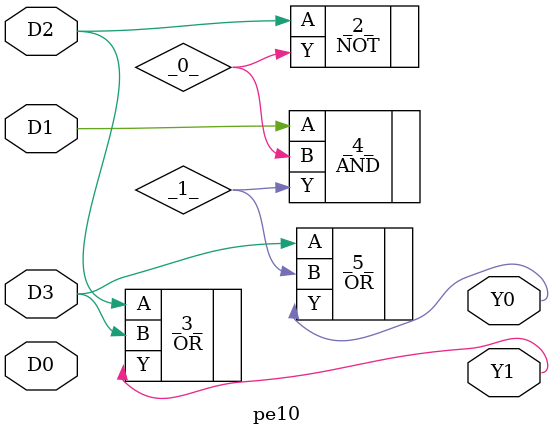
<source format=v>
/* Generated by Yosys 0.41+83 (git sha1 7045cf509, x86_64-w64-mingw32-g++ 13.2.1 -Os) */

/* cells_not_processed =  1  */
/* src = "pe10.v:1.1-14.10" */
module pe10(D0, D1, D2, D3, Y1, Y0);
  wire _0_;
  wire _1_;
  /* src = "pe10.v:3.11-3.13" */
  input D0;
  wire D0;
  /* src = "pe10.v:3.14-3.16" */
  input D1;
  wire D1;
  /* src = "pe10.v:3.17-3.19" */
  input D2;
  wire D2;
  /* src = "pe10.v:3.20-3.22" */
  input D3;
  wire D3;
  /* src = "pe10.v:4.19-4.21" */
  output Y0;
  wire Y0;
  /* src = "pe10.v:4.16-4.18" */
  output Y1;
  wire Y1;
  NOT _2_ (
    .A(D2),
    .Y(_0_)
  );
  OR _3_ (
    .A(D2),
    .B(D3),
    .Y(Y1)
  );
  AND _4_ (
    .A(D1),
    .B(_0_),
    .Y(_1_)
  );
  OR _5_ (
    .A(D3),
    .B(_1_),
    .Y(Y0)
  );
endmodule

</source>
